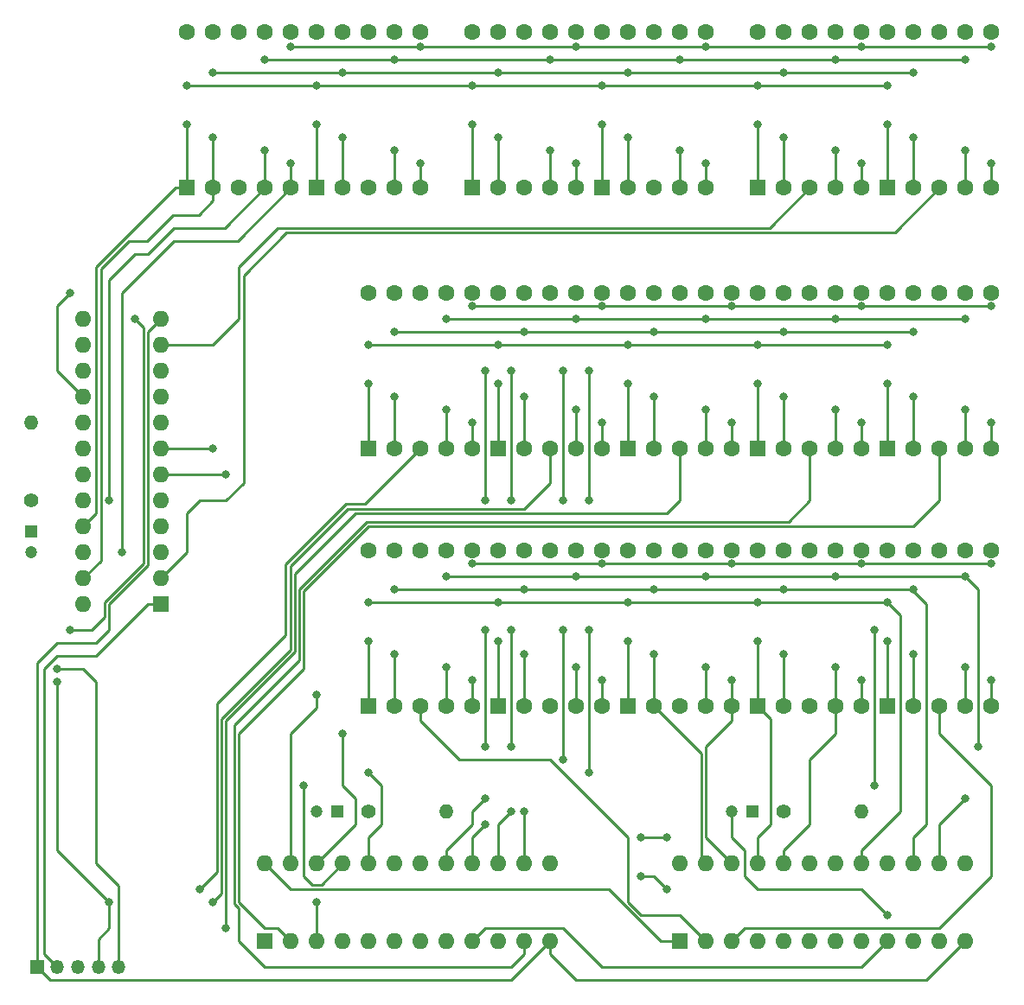
<source format=gbl>
%TF.GenerationSoftware,KiCad,Pcbnew,7.0.8*%
%TF.CreationDate,2023-10-10T00:58:14-07:00*%
%TF.ProjectId,htpm_control_numericals,6874706d-5f63-46f6-9e74-726f6c5f6e75,1*%
%TF.SameCoordinates,Original*%
%TF.FileFunction,Copper,L2,Bot*%
%TF.FilePolarity,Positive*%
%FSLAX46Y46*%
G04 Gerber Fmt 4.6, Leading zero omitted, Abs format (unit mm)*
G04 Created by KiCad (PCBNEW 7.0.8) date 2023-10-10 00:58:14*
%MOMM*%
%LPD*%
G01*
G04 APERTURE LIST*
%TA.AperFunction,ComponentPad*%
%ADD10R,1.600000X1.600000*%
%TD*%
%TA.AperFunction,ComponentPad*%
%ADD11C,1.600000*%
%TD*%
%TA.AperFunction,ComponentPad*%
%ADD12C,1.400000*%
%TD*%
%TA.AperFunction,ComponentPad*%
%ADD13O,1.400000X1.400000*%
%TD*%
%TA.AperFunction,ComponentPad*%
%ADD14O,1.600000X1.600000*%
%TD*%
%TA.AperFunction,ComponentPad*%
%ADD15R,1.350000X1.350000*%
%TD*%
%TA.AperFunction,ComponentPad*%
%ADD16O,1.350000X1.350000*%
%TD*%
%TA.AperFunction,ComponentPad*%
%ADD17R,1.200000X1.200000*%
%TD*%
%TA.AperFunction,ComponentPad*%
%ADD18C,1.200000*%
%TD*%
%TA.AperFunction,ViaPad*%
%ADD19C,0.800000*%
%TD*%
%TA.AperFunction,Conductor*%
%ADD20C,0.250000*%
%TD*%
G04 APERTURE END LIST*
D10*
%TO.P,U12,1,E*%
%TO.N,Net-(U10-E)*%
X181610000Y-86360000D03*
D11*
%TO.P,U12,2,D*%
%TO.N,Net-(U10-D)*%
X184150000Y-86360000D03*
%TO.P,U12,3,CC*%
%TO.N,Net-(U13-DIG_0)*%
X186690000Y-86360000D03*
%TO.P,U12,4,C*%
%TO.N,Net-(U10-C)*%
X189230000Y-86360000D03*
%TO.P,U12,5,DP*%
%TO.N,Net-(U10-DP)*%
X191770000Y-86360000D03*
%TO.P,U12,6,B*%
%TO.N,Net-(U10-B)*%
X191770000Y-71120000D03*
%TO.P,U12,7,A*%
%TO.N,Net-(U10-A)*%
X189230000Y-71120000D03*
%TO.P,U12,8,CC*%
%TO.N,unconnected-(U12-CC-Pad8)*%
X186690000Y-71120000D03*
%TO.P,U12,9,F*%
%TO.N,Net-(U10-F)*%
X184150000Y-71120000D03*
%TO.P,U12,10,G*%
%TO.N,Net-(U10-G)*%
X181610000Y-71120000D03*
%TD*%
D10*
%TO.P,U14,1,E*%
%TO.N,Net-(U14-E)*%
X181610000Y-111637500D03*
D11*
%TO.P,U14,2,D*%
%TO.N,Net-(U14-D)*%
X184150000Y-111637500D03*
%TO.P,U14,3,CC*%
%TO.N,Net-(U18-DIG_4)*%
X186690000Y-111637500D03*
%TO.P,U14,4,C*%
%TO.N,Net-(U14-C)*%
X189230000Y-111637500D03*
%TO.P,U14,5,DP*%
%TO.N,Net-(U14-DP)*%
X191770000Y-111637500D03*
%TO.P,U14,6,B*%
%TO.N,Net-(U14-B)*%
X191770000Y-96397500D03*
%TO.P,U14,7,A*%
%TO.N,Net-(U14-A)*%
X189230000Y-96397500D03*
%TO.P,U14,8,CC*%
%TO.N,unconnected-(U14-CC-Pad8)*%
X186690000Y-96397500D03*
%TO.P,U14,9,F*%
%TO.N,Net-(U14-F)*%
X184150000Y-96397500D03*
%TO.P,U14,10,G*%
%TO.N,Net-(U14-G)*%
X181610000Y-96397500D03*
%TD*%
D10*
%TO.P,U16,1,E*%
%TO.N,Net-(U14-E)*%
X156210000Y-111637500D03*
D11*
%TO.P,U16,2,D*%
%TO.N,Net-(U14-D)*%
X158750000Y-111637500D03*
%TO.P,U16,3,CC*%
%TO.N,Net-(U18-DIG_2)*%
X161290000Y-111637500D03*
%TO.P,U16,4,C*%
%TO.N,Net-(U14-C)*%
X163830000Y-111637500D03*
%TO.P,U16,5,DP*%
%TO.N,Net-(U14-DP)*%
X166370000Y-111637500D03*
%TO.P,U16,6,B*%
%TO.N,Net-(U14-B)*%
X166370000Y-96397500D03*
%TO.P,U16,7,A*%
%TO.N,Net-(U14-A)*%
X163830000Y-96397500D03*
%TO.P,U16,8,CC*%
%TO.N,unconnected-(U16-CC-Pad8)*%
X161290000Y-96397500D03*
%TO.P,U16,9,F*%
%TO.N,Net-(U14-F)*%
X158750000Y-96397500D03*
%TO.P,U16,10,G*%
%TO.N,Net-(U14-G)*%
X156210000Y-96397500D03*
%TD*%
D10*
%TO.P,U11,1,E*%
%TO.N,Net-(U10-E)*%
X168910000Y-86360000D03*
D11*
%TO.P,U11,2,D*%
%TO.N,Net-(U10-D)*%
X171450000Y-86360000D03*
%TO.P,U11,3,CC*%
%TO.N,Net-(U13-DIG_1)*%
X173990000Y-86360000D03*
%TO.P,U11,4,C*%
%TO.N,Net-(U10-C)*%
X176530000Y-86360000D03*
%TO.P,U11,5,DP*%
%TO.N,Net-(U10-DP)*%
X179070000Y-86360000D03*
%TO.P,U11,6,B*%
%TO.N,Net-(U10-B)*%
X179070000Y-71120000D03*
%TO.P,U11,7,A*%
%TO.N,Net-(U10-A)*%
X176530000Y-71120000D03*
%TO.P,U11,8,CC*%
%TO.N,unconnected-(U11-CC-Pad8)*%
X173990000Y-71120000D03*
%TO.P,U11,9,F*%
%TO.N,Net-(U10-F)*%
X171450000Y-71120000D03*
%TO.P,U11,10,G*%
%TO.N,Net-(U10-G)*%
X168910000Y-71120000D03*
%TD*%
D10*
%TO.P,U17,1,E*%
%TO.N,Net-(U14-E)*%
X143510000Y-111637500D03*
D11*
%TO.P,U17,2,D*%
%TO.N,Net-(U14-D)*%
X146050000Y-111637500D03*
%TO.P,U17,3,CC*%
%TO.N,Net-(U18-DIG_1)*%
X148590000Y-111637500D03*
%TO.P,U17,4,C*%
%TO.N,Net-(U14-C)*%
X151130000Y-111637500D03*
%TO.P,U17,5,DP*%
%TO.N,Net-(U14-DP)*%
X153670000Y-111637500D03*
%TO.P,U17,6,B*%
%TO.N,Net-(U14-B)*%
X153670000Y-96397500D03*
%TO.P,U17,7,A*%
%TO.N,Net-(U14-A)*%
X151130000Y-96397500D03*
%TO.P,U17,8,CC*%
%TO.N,unconnected-(U17-CC-Pad8)*%
X148590000Y-96397500D03*
%TO.P,U17,9,F*%
%TO.N,Net-(U14-F)*%
X146050000Y-96397500D03*
%TO.P,U17,10,G*%
%TO.N,Net-(U14-G)*%
X143510000Y-96397500D03*
%TD*%
D12*
%TO.P,R2,1*%
%TO.N,+5V*%
X130810000Y-121920000D03*
D13*
%TO.P,R2,2*%
%TO.N,Net-(U13-ISET)*%
X138430000Y-121920000D03*
%TD*%
D12*
%TO.P,R3,1*%
%TO.N,+5V*%
X171450000Y-121920000D03*
D13*
%TO.P,R3,2*%
%TO.N,Net-(U18-ISET)*%
X179070000Y-121920000D03*
%TD*%
D10*
%TO.P,U13,1,DIN*%
%TO.N,Net-(U1-DOUT)*%
X120650000Y-134620000D03*
D14*
%TO.P,U13,2,DIG_0*%
%TO.N,Net-(U13-DIG_0)*%
X123190000Y-134620000D03*
%TO.P,U13,3,DIG_4*%
%TO.N,Net-(U13-DIG_4)*%
X125730000Y-134620000D03*
%TO.P,U13,4,GND*%
%TO.N,unconnected-(U13-GND-Pad4)*%
X128270000Y-134620000D03*
%TO.P,U13,5,DIG_6*%
%TO.N,unconnected-(U13-DIG_6-Pad5)*%
X130810000Y-134620000D03*
%TO.P,U13,6,DIG_2*%
%TO.N,Net-(U13-DIG_2)*%
X133350000Y-134620000D03*
%TO.P,U13,7,DIG_3*%
%TO.N,Net-(U13-DIG_3)*%
X135890000Y-134620000D03*
%TO.P,U13,8,DIG_7*%
%TO.N,unconnected-(U13-DIG_7-Pad8)*%
X138430000Y-134620000D03*
%TO.P,U13,9,GND*%
%TO.N,GND*%
X140970000Y-134620000D03*
%TO.P,U13,10,DIG_5*%
%TO.N,unconnected-(U13-DIG_5-Pad10)*%
X143510000Y-134620000D03*
%TO.P,U13,11,DIG_1*%
%TO.N,Net-(U13-DIG_1)*%
X146050000Y-134620000D03*
%TO.P,U13,12,LOAD*%
%TO.N,Net-(J1-Pin_1)*%
X148590000Y-134620000D03*
%TO.P,U13,13,CLK*%
%TO.N,Net-(J1-Pin_3)*%
X148590000Y-127000000D03*
%TO.P,U13,14,SEG_A*%
%TO.N,Net-(U10-A)*%
X146050000Y-127000000D03*
%TO.P,U13,15,SEG_F*%
%TO.N,Net-(U10-F)*%
X143510000Y-127000000D03*
%TO.P,U13,16,SEG_B*%
%TO.N,Net-(U10-B)*%
X140970000Y-127000000D03*
%TO.P,U13,17,SEG_G*%
%TO.N,Net-(U10-G)*%
X138430000Y-127000000D03*
%TO.P,U13,18,ISET*%
%TO.N,Net-(U13-ISET)*%
X135890000Y-127000000D03*
%TO.P,U13,19,V+*%
%TO.N,+5V*%
X133350000Y-127000000D03*
%TO.P,U13,20,SEG_C*%
%TO.N,Net-(U10-C)*%
X130810000Y-127000000D03*
%TO.P,U13,21,SEG_E*%
%TO.N,Net-(U10-E)*%
X128270000Y-127000000D03*
%TO.P,U13,22,SEG_DP*%
%TO.N,Net-(U10-DP)*%
X125730000Y-127000000D03*
%TO.P,U13,23,SEG_D*%
%TO.N,Net-(U10-D)*%
X123190000Y-127000000D03*
%TO.P,U13,24,DOUT*%
%TO.N,Net-(U13-DOUT)*%
X120650000Y-127000000D03*
%TD*%
D10*
%TO.P,U1,1,DIN*%
%TO.N,Net-(J1-Pin_2)*%
X110490000Y-101600000D03*
D14*
%TO.P,U1,2,DIG_0*%
%TO.N,Net-(U1-DIG_0)*%
X110490000Y-99060000D03*
%TO.P,U1,3,DIG_4*%
%TO.N,Net-(U1-DIG_4)*%
X110490000Y-96520000D03*
%TO.P,U1,4,GND*%
%TO.N,unconnected-(U1-GND-Pad4)*%
X110490000Y-93980000D03*
%TO.P,U1,5,DIG_6*%
%TO.N,unconnected-(U1-DIG_6-Pad5)*%
X110490000Y-91440000D03*
%TO.P,U1,6,DIG_2*%
%TO.N,Net-(U1-DIG_2)*%
X110490000Y-88900000D03*
%TO.P,U1,7,DIG_3*%
%TO.N,Net-(U1-DIG_3)*%
X110490000Y-86360000D03*
%TO.P,U1,8,DIG_7*%
%TO.N,unconnected-(U1-DIG_7-Pad8)*%
X110490000Y-83820000D03*
%TO.P,U1,9,GND*%
%TO.N,GND*%
X110490000Y-81280000D03*
%TO.P,U1,10,DIG_5*%
%TO.N,Net-(U1-DIG_5)*%
X110490000Y-78740000D03*
%TO.P,U1,11,DIG_1*%
%TO.N,Net-(U1-DIG_1)*%
X110490000Y-76200000D03*
%TO.P,U1,12,LOAD*%
%TO.N,Net-(J1-Pin_1)*%
X110490000Y-73660000D03*
%TO.P,U1,13,CLK*%
%TO.N,Net-(J1-Pin_3)*%
X102870000Y-73660000D03*
%TO.P,U1,14,SEG_A*%
%TO.N,Net-(U1-SEG_A)*%
X102870000Y-76200000D03*
%TO.P,U1,15,SEG_F*%
%TO.N,Net-(U1-SEG_F)*%
X102870000Y-78740000D03*
%TO.P,U1,16,SEG_B*%
%TO.N,Net-(U1-SEG_B)*%
X102870000Y-81280000D03*
%TO.P,U1,17,SEG_G*%
%TO.N,Net-(U1-SEG_G)*%
X102870000Y-83820000D03*
%TO.P,U1,18,ISET*%
%TO.N,Net-(U1-ISET)*%
X102870000Y-86360000D03*
%TO.P,U1,19,V+*%
%TO.N,+5V*%
X102870000Y-88900000D03*
%TO.P,U1,20,SEG_C*%
%TO.N,Net-(U1-SEG_C)*%
X102870000Y-91440000D03*
%TO.P,U1,21,SEG_E*%
%TO.N,Net-(U1-SEG_E)*%
X102870000Y-93980000D03*
%TO.P,U1,22,SEG_DP*%
%TO.N,Net-(U1-SEG_DP)*%
X102870000Y-96520000D03*
%TO.P,U1,23,SEG_D*%
%TO.N,Net-(U1-SEG_D)*%
X102870000Y-99060000D03*
%TO.P,U1,24,DOUT*%
%TO.N,Net-(U1-DOUT)*%
X102870000Y-101600000D03*
%TD*%
D12*
%TO.P,R1,1*%
%TO.N,+5V*%
X97790000Y-91440000D03*
D13*
%TO.P,R1,2*%
%TO.N,Net-(U1-ISET)*%
X97790000Y-83820000D03*
%TD*%
D10*
%TO.P,U5,1,E*%
%TO.N,Net-(U1-SEG_E)*%
X153670000Y-60837500D03*
D11*
%TO.P,U5,2,D*%
%TO.N,Net-(U1-SEG_D)*%
X156210000Y-60837500D03*
%TO.P,U5,3,CC*%
%TO.N,Net-(U1-DIG_2)*%
X158750000Y-60837500D03*
%TO.P,U5,4,C*%
%TO.N,Net-(U1-SEG_C)*%
X161290000Y-60837500D03*
%TO.P,U5,5,DP*%
%TO.N,Net-(U1-SEG_DP)*%
X163830000Y-60837500D03*
%TO.P,U5,6,B*%
%TO.N,Net-(U1-SEG_B)*%
X163830000Y-45597500D03*
%TO.P,U5,7,A*%
%TO.N,Net-(U1-SEG_A)*%
X161290000Y-45597500D03*
%TO.P,U5,8,CC*%
%TO.N,unconnected-(U5-CC-Pad8)*%
X158750000Y-45597500D03*
%TO.P,U5,9,F*%
%TO.N,Net-(U1-SEG_F)*%
X156210000Y-45597500D03*
%TO.P,U5,10,G*%
%TO.N,Net-(U1-SEG_G)*%
X153670000Y-45597500D03*
%TD*%
D10*
%TO.P,U19,1,E*%
%TO.N,Net-(U14-E)*%
X130810000Y-111637500D03*
D11*
%TO.P,U19,2,D*%
%TO.N,Net-(U14-D)*%
X133350000Y-111637500D03*
%TO.P,U19,3,CC*%
%TO.N,Net-(U18-DIG_0)*%
X135890000Y-111637500D03*
%TO.P,U19,4,C*%
%TO.N,Net-(U14-C)*%
X138430000Y-111637500D03*
%TO.P,U19,5,DP*%
%TO.N,Net-(U14-DP)*%
X140970000Y-111637500D03*
%TO.P,U19,6,B*%
%TO.N,Net-(U14-B)*%
X140970000Y-96397500D03*
%TO.P,U19,7,A*%
%TO.N,Net-(U14-A)*%
X138430000Y-96397500D03*
%TO.P,U19,8,CC*%
%TO.N,unconnected-(U19-CC-Pad8)*%
X135890000Y-96397500D03*
%TO.P,U19,9,F*%
%TO.N,Net-(U14-F)*%
X133350000Y-96397500D03*
%TO.P,U19,10,G*%
%TO.N,Net-(U14-G)*%
X130810000Y-96397500D03*
%TD*%
D10*
%TO.P,U18,1,DIN*%
%TO.N,Net-(U13-DOUT)*%
X161290000Y-134620000D03*
D14*
%TO.P,U18,2,DIG_0*%
%TO.N,Net-(U18-DIG_0)*%
X163830000Y-134620000D03*
%TO.P,U18,3,DIG_4*%
%TO.N,Net-(U18-DIG_4)*%
X166370000Y-134620000D03*
%TO.P,U18,4,GND*%
%TO.N,unconnected-(U18-GND-Pad4)*%
X168910000Y-134620000D03*
%TO.P,U18,5,DIG_6*%
%TO.N,unconnected-(U18-DIG_6-Pad5)*%
X171450000Y-134620000D03*
%TO.P,U18,6,DIG_2*%
%TO.N,Net-(U18-DIG_2)*%
X173990000Y-134620000D03*
%TO.P,U18,7,DIG_3*%
%TO.N,Net-(U18-DIG_3)*%
X176530000Y-134620000D03*
%TO.P,U18,8,DIG_7*%
%TO.N,unconnected-(U18-DIG_7-Pad8)*%
X179070000Y-134620000D03*
%TO.P,U18,9,GND*%
%TO.N,GND*%
X181610000Y-134620000D03*
%TO.P,U18,10,DIG_5*%
%TO.N,unconnected-(U18-DIG_5-Pad10)*%
X184150000Y-134620000D03*
%TO.P,U18,11,DIG_1*%
%TO.N,Net-(U18-DIG_1)*%
X186690000Y-134620000D03*
%TO.P,U18,12,LOAD*%
%TO.N,Net-(J1-Pin_1)*%
X189230000Y-134620000D03*
%TO.P,U18,13,CLK*%
%TO.N,Net-(J1-Pin_3)*%
X189230000Y-127000000D03*
%TO.P,U18,14,SEG_A*%
%TO.N,Net-(U14-A)*%
X186690000Y-127000000D03*
%TO.P,U18,15,SEG_F*%
%TO.N,Net-(U14-F)*%
X184150000Y-127000000D03*
%TO.P,U18,16,SEG_B*%
%TO.N,Net-(U14-B)*%
X181610000Y-127000000D03*
%TO.P,U18,17,SEG_G*%
%TO.N,Net-(U14-G)*%
X179070000Y-127000000D03*
%TO.P,U18,18,ISET*%
%TO.N,Net-(U18-ISET)*%
X176530000Y-127000000D03*
%TO.P,U18,19,V+*%
%TO.N,+5V*%
X173990000Y-127000000D03*
%TO.P,U18,20,SEG_C*%
%TO.N,Net-(U14-C)*%
X171450000Y-127000000D03*
%TO.P,U18,21,SEG_E*%
%TO.N,Net-(U14-E)*%
X168910000Y-127000000D03*
%TO.P,U18,22,SEG_DP*%
%TO.N,Net-(U14-DP)*%
X166370000Y-127000000D03*
%TO.P,U18,23,SEG_D*%
%TO.N,Net-(U14-D)*%
X163830000Y-127000000D03*
%TO.P,U18,24,DOUT*%
%TO.N,unconnected-(U18-DOUT-Pad24)*%
X161290000Y-127000000D03*
%TD*%
D10*
%TO.P,U15,1,E*%
%TO.N,Net-(U14-E)*%
X168910000Y-111637500D03*
D11*
%TO.P,U15,2,D*%
%TO.N,Net-(U14-D)*%
X171450000Y-111637500D03*
%TO.P,U15,3,CC*%
%TO.N,Net-(U18-DIG_3)*%
X173990000Y-111637500D03*
%TO.P,U15,4,C*%
%TO.N,Net-(U14-C)*%
X176530000Y-111637500D03*
%TO.P,U15,5,DP*%
%TO.N,Net-(U14-DP)*%
X179070000Y-111637500D03*
%TO.P,U15,6,B*%
%TO.N,Net-(U14-B)*%
X179070000Y-96397500D03*
%TO.P,U15,7,A*%
%TO.N,Net-(U14-A)*%
X176530000Y-96397500D03*
%TO.P,U15,8,CC*%
%TO.N,unconnected-(U15-CC-Pad8)*%
X173990000Y-96397500D03*
%TO.P,U15,9,F*%
%TO.N,Net-(U14-F)*%
X171450000Y-96397500D03*
%TO.P,U15,10,G*%
%TO.N,Net-(U14-G)*%
X168910000Y-96397500D03*
%TD*%
D10*
%TO.P,U9,1,E*%
%TO.N,Net-(U10-E)*%
X143510000Y-86360000D03*
D11*
%TO.P,U9,2,D*%
%TO.N,Net-(U10-D)*%
X146050000Y-86360000D03*
%TO.P,U9,3,CC*%
%TO.N,Net-(U13-DIG_3)*%
X148590000Y-86360000D03*
%TO.P,U9,4,C*%
%TO.N,Net-(U10-C)*%
X151130000Y-86360000D03*
%TO.P,U9,5,DP*%
%TO.N,Net-(U10-DP)*%
X153670000Y-86360000D03*
%TO.P,U9,6,B*%
%TO.N,Net-(U10-B)*%
X153670000Y-71120000D03*
%TO.P,U9,7,A*%
%TO.N,Net-(U10-A)*%
X151130000Y-71120000D03*
%TO.P,U9,8,CC*%
%TO.N,unconnected-(U9-CC-Pad8)*%
X148590000Y-71120000D03*
%TO.P,U9,9,F*%
%TO.N,Net-(U10-F)*%
X146050000Y-71120000D03*
%TO.P,U9,10,G*%
%TO.N,Net-(U10-G)*%
X143510000Y-71120000D03*
%TD*%
D10*
%TO.P,U6,1,E*%
%TO.N,Net-(U1-SEG_E)*%
X168910000Y-60837500D03*
D11*
%TO.P,U6,2,D*%
%TO.N,Net-(U1-SEG_D)*%
X171450000Y-60837500D03*
%TO.P,U6,3,CC*%
%TO.N,Net-(U1-DIG_1)*%
X173990000Y-60837500D03*
%TO.P,U6,4,C*%
%TO.N,Net-(U1-SEG_C)*%
X176530000Y-60837500D03*
%TO.P,U6,5,DP*%
%TO.N,Net-(U1-SEG_DP)*%
X179070000Y-60837500D03*
%TO.P,U6,6,B*%
%TO.N,Net-(U1-SEG_B)*%
X179070000Y-45597500D03*
%TO.P,U6,7,A*%
%TO.N,Net-(U1-SEG_A)*%
X176530000Y-45597500D03*
%TO.P,U6,8,CC*%
%TO.N,unconnected-(U6-CC-Pad8)*%
X173990000Y-45597500D03*
%TO.P,U6,9,F*%
%TO.N,Net-(U1-SEG_F)*%
X171450000Y-45597500D03*
%TO.P,U6,10,G*%
%TO.N,Net-(U1-SEG_G)*%
X168910000Y-45597500D03*
%TD*%
D10*
%TO.P,U8,1,E*%
%TO.N,Net-(U10-E)*%
X130810000Y-86360000D03*
D11*
%TO.P,U8,2,D*%
%TO.N,Net-(U10-D)*%
X133350000Y-86360000D03*
%TO.P,U8,3,CC*%
%TO.N,Net-(U13-DIG_4)*%
X135890000Y-86360000D03*
%TO.P,U8,4,C*%
%TO.N,Net-(U10-C)*%
X138430000Y-86360000D03*
%TO.P,U8,5,DP*%
%TO.N,Net-(U10-DP)*%
X140970000Y-86360000D03*
%TO.P,U8,6,B*%
%TO.N,Net-(U10-B)*%
X140970000Y-71120000D03*
%TO.P,U8,7,A*%
%TO.N,Net-(U10-A)*%
X138430000Y-71120000D03*
%TO.P,U8,8,CC*%
%TO.N,unconnected-(U8-CC-Pad8)*%
X135890000Y-71120000D03*
%TO.P,U8,9,F*%
%TO.N,Net-(U10-F)*%
X133350000Y-71120000D03*
%TO.P,U8,10,G*%
%TO.N,Net-(U10-G)*%
X130810000Y-71120000D03*
%TD*%
D15*
%TO.P,J1,1,Pin_1*%
%TO.N,Net-(J1-Pin_1)*%
X98330000Y-137160000D03*
D16*
%TO.P,J1,2,Pin_2*%
%TO.N,Net-(J1-Pin_2)*%
X100330000Y-137160000D03*
%TO.P,J1,3,Pin_3*%
%TO.N,Net-(J1-Pin_3)*%
X102330000Y-137160000D03*
%TO.P,J1,4,Pin_4*%
%TO.N,+5V*%
X104330000Y-137160000D03*
%TO.P,J1,5,Pin_5*%
%TO.N,GND*%
X106330000Y-137160000D03*
%TD*%
D10*
%TO.P,U10,1,E*%
%TO.N,Net-(U10-E)*%
X156210000Y-86360000D03*
D11*
%TO.P,U10,2,D*%
%TO.N,Net-(U10-D)*%
X158750000Y-86360000D03*
%TO.P,U10,3,CC*%
%TO.N,Net-(U13-DIG_2)*%
X161290000Y-86360000D03*
%TO.P,U10,4,C*%
%TO.N,Net-(U10-C)*%
X163830000Y-86360000D03*
%TO.P,U10,5,DP*%
%TO.N,Net-(U10-DP)*%
X166370000Y-86360000D03*
%TO.P,U10,6,B*%
%TO.N,Net-(U10-B)*%
X166370000Y-71120000D03*
%TO.P,U10,7,A*%
%TO.N,Net-(U10-A)*%
X163830000Y-71120000D03*
%TO.P,U10,8,CC*%
%TO.N,unconnected-(U10-CC-Pad8)*%
X161290000Y-71120000D03*
%TO.P,U10,9,F*%
%TO.N,Net-(U10-F)*%
X158750000Y-71120000D03*
%TO.P,U10,10,G*%
%TO.N,Net-(U10-G)*%
X156210000Y-71120000D03*
%TD*%
D10*
%TO.P,U2,1,E*%
%TO.N,Net-(U1-SEG_E)*%
X113030000Y-60837500D03*
D11*
%TO.P,U2,2,D*%
%TO.N,Net-(U1-SEG_D)*%
X115570000Y-60837500D03*
%TO.P,U2,3,CC*%
%TO.N,Net-(U1-DIG_5)*%
X118110000Y-60837500D03*
%TO.P,U2,4,C*%
%TO.N,Net-(U1-SEG_C)*%
X120650000Y-60837500D03*
%TO.P,U2,5,DP*%
%TO.N,Net-(U1-SEG_DP)*%
X123190000Y-60837500D03*
%TO.P,U2,6,B*%
%TO.N,Net-(U1-SEG_B)*%
X123190000Y-45597500D03*
%TO.P,U2,7,A*%
%TO.N,Net-(U1-SEG_A)*%
X120650000Y-45597500D03*
%TO.P,U2,8,CC*%
%TO.N,unconnected-(U2-CC-Pad8)*%
X118110000Y-45597500D03*
%TO.P,U2,9,F*%
%TO.N,Net-(U1-SEG_F)*%
X115570000Y-45597500D03*
%TO.P,U2,10,G*%
%TO.N,Net-(U1-SEG_G)*%
X113030000Y-45597500D03*
%TD*%
D10*
%TO.P,U4,1,E*%
%TO.N,Net-(U1-SEG_E)*%
X140970000Y-60837500D03*
D11*
%TO.P,U4,2,D*%
%TO.N,Net-(U1-SEG_D)*%
X143510000Y-60837500D03*
%TO.P,U4,3,CC*%
%TO.N,Net-(U1-DIG_3)*%
X146050000Y-60837500D03*
%TO.P,U4,4,C*%
%TO.N,Net-(U1-SEG_C)*%
X148590000Y-60837500D03*
%TO.P,U4,5,DP*%
%TO.N,Net-(U1-SEG_DP)*%
X151130000Y-60837500D03*
%TO.P,U4,6,B*%
%TO.N,Net-(U1-SEG_B)*%
X151130000Y-45597500D03*
%TO.P,U4,7,A*%
%TO.N,Net-(U1-SEG_A)*%
X148590000Y-45597500D03*
%TO.P,U4,8,CC*%
%TO.N,unconnected-(U4-CC-Pad8)*%
X146050000Y-45597500D03*
%TO.P,U4,9,F*%
%TO.N,Net-(U1-SEG_F)*%
X143510000Y-45597500D03*
%TO.P,U4,10,G*%
%TO.N,Net-(U1-SEG_G)*%
X140970000Y-45597500D03*
%TD*%
D17*
%TO.P,C2,1*%
%TO.N,+5V*%
X127730000Y-121920000D03*
D18*
%TO.P,C2,2*%
%TO.N,GND*%
X125730000Y-121920000D03*
%TD*%
D17*
%TO.P,C3,1*%
%TO.N,+5V*%
X168370000Y-121920000D03*
D18*
%TO.P,C3,2*%
%TO.N,GND*%
X166370000Y-121920000D03*
%TD*%
D10*
%TO.P,U7,1,E*%
%TO.N,Net-(U1-SEG_E)*%
X181610000Y-60837500D03*
D11*
%TO.P,U7,2,D*%
%TO.N,Net-(U1-SEG_D)*%
X184150000Y-60837500D03*
%TO.P,U7,3,CC*%
%TO.N,Net-(U1-DIG_0)*%
X186690000Y-60837500D03*
%TO.P,U7,4,C*%
%TO.N,Net-(U1-SEG_C)*%
X189230000Y-60837500D03*
%TO.P,U7,5,DP*%
%TO.N,Net-(U1-SEG_DP)*%
X191770000Y-60837500D03*
%TO.P,U7,6,B*%
%TO.N,Net-(U1-SEG_B)*%
X191770000Y-45597500D03*
%TO.P,U7,7,A*%
%TO.N,Net-(U1-SEG_A)*%
X189230000Y-45597500D03*
%TO.P,U7,8,CC*%
%TO.N,unconnected-(U7-CC-Pad8)*%
X186690000Y-45597500D03*
%TO.P,U7,9,F*%
%TO.N,Net-(U1-SEG_F)*%
X184150000Y-45597500D03*
%TO.P,U7,10,G*%
%TO.N,Net-(U1-SEG_G)*%
X181610000Y-45597500D03*
%TD*%
D10*
%TO.P,U3,1,E*%
%TO.N,Net-(U1-SEG_E)*%
X125730000Y-60837500D03*
D11*
%TO.P,U3,2,D*%
%TO.N,Net-(U1-SEG_D)*%
X128270000Y-60837500D03*
%TO.P,U3,3,CC*%
%TO.N,Net-(U1-DIG_4)*%
X130810000Y-60837500D03*
%TO.P,U3,4,C*%
%TO.N,Net-(U1-SEG_C)*%
X133350000Y-60837500D03*
%TO.P,U3,5,DP*%
%TO.N,Net-(U1-SEG_DP)*%
X135890000Y-60837500D03*
%TO.P,U3,6,B*%
%TO.N,Net-(U1-SEG_B)*%
X135890000Y-45597500D03*
%TO.P,U3,7,A*%
%TO.N,Net-(U1-SEG_A)*%
X133350000Y-45597500D03*
%TO.P,U3,8,CC*%
%TO.N,unconnected-(U3-CC-Pad8)*%
X130810000Y-45597500D03*
%TO.P,U3,9,F*%
%TO.N,Net-(U1-SEG_F)*%
X128270000Y-45597500D03*
%TO.P,U3,10,G*%
%TO.N,Net-(U1-SEG_G)*%
X125730000Y-45597500D03*
%TD*%
D17*
%TO.P,C1,1*%
%TO.N,+5V*%
X97790000Y-94520000D03*
D18*
%TO.P,C1,2*%
%TO.N,GND*%
X97790000Y-96520000D03*
%TD*%
D19*
%TO.N,+5V*%
X105410000Y-130810000D03*
X157480000Y-124460000D03*
X100330000Y-109220000D03*
X160020000Y-124460000D03*
%TO.N,GND*%
X100330000Y-107950000D03*
X181610000Y-132080000D03*
%TO.N,Net-(J1-Pin_3)*%
X107950000Y-73660000D03*
X160020000Y-129540000D03*
X101600000Y-104140000D03*
X157480000Y-128270000D03*
%TO.N,Net-(U1-DIG_2)*%
X116840000Y-88900000D03*
%TO.N,Net-(U1-DIG_3)*%
X115570000Y-86360000D03*
%TO.N,Net-(U1-SEG_A)*%
X120650000Y-48260000D03*
X133350000Y-48260000D03*
X161290000Y-48260000D03*
X148590000Y-48260000D03*
X176530000Y-48260000D03*
X189230000Y-48260000D03*
%TO.N,Net-(U1-SEG_F)*%
X115570000Y-49530000D03*
X143510000Y-49530000D03*
X156210000Y-49530000D03*
X184150000Y-49530000D03*
X171450000Y-49530000D03*
X128270000Y-49530000D03*
%TO.N,Net-(U1-SEG_B)*%
X101600000Y-71120000D03*
X179070000Y-46990000D03*
X151130000Y-46990000D03*
X163830000Y-46990000D03*
X135890000Y-46990000D03*
X191770000Y-46990000D03*
X123190000Y-46990000D03*
%TO.N,Net-(U1-SEG_G)*%
X153670000Y-50800000D03*
X125730000Y-50800000D03*
X168910000Y-50800000D03*
X181610000Y-50800000D03*
X113030000Y-50800000D03*
X140970000Y-50800000D03*
%TO.N,Net-(U1-SEG_C)*%
X176530000Y-57150000D03*
X189230000Y-57150000D03*
X133350000Y-57150000D03*
X161290000Y-57150000D03*
X120650000Y-57150000D03*
X105410000Y-91440000D03*
X148590000Y-57150000D03*
%TO.N,Net-(U1-SEG_E)*%
X125730000Y-54610000D03*
X168910000Y-54610000D03*
X153670000Y-54610000D03*
X181610000Y-54610000D03*
X113030000Y-54610000D03*
X140970000Y-54610000D03*
%TO.N,Net-(U1-SEG_DP)*%
X163830000Y-58420000D03*
X123190000Y-58420000D03*
X135890000Y-58420000D03*
X179070000Y-58420000D03*
X191770000Y-58420000D03*
X106680000Y-96520000D03*
X151130000Y-58420000D03*
%TO.N,Net-(U1-SEG_D)*%
X128270000Y-55880000D03*
X143510000Y-55880000D03*
X184150000Y-55880000D03*
X115570000Y-55880000D03*
X156210000Y-55880000D03*
X171450000Y-55880000D03*
%TO.N,Net-(U10-E)*%
X130810000Y-80010000D03*
X143510000Y-80010000D03*
X156210000Y-80010000D03*
X181610000Y-80010000D03*
X124460000Y-119380000D03*
X168910000Y-80010000D03*
%TO.N,Net-(U10-D)*%
X146050000Y-81280000D03*
X133350000Y-81280000D03*
X158750000Y-81280000D03*
X184150000Y-81280000D03*
X171450000Y-81280000D03*
X125730000Y-110490000D03*
%TO.N,Net-(U10-C)*%
X176530000Y-82550000D03*
X189230000Y-82550000D03*
X151130000Y-82550000D03*
X138430000Y-82550000D03*
X163830000Y-82550000D03*
X130810000Y-118110000D03*
%TO.N,Net-(U10-DP)*%
X179070000Y-83820000D03*
X153670000Y-83820000D03*
X128270000Y-114300000D03*
X140970000Y-83820000D03*
X191770000Y-83820000D03*
X166370000Y-83820000D03*
%TO.N,Net-(U10-B)*%
X153670000Y-72390000D03*
X140970000Y-72390000D03*
X142240000Y-123190000D03*
X152400000Y-78740000D03*
X191770000Y-72390000D03*
X152400000Y-91440000D03*
X179070000Y-72390000D03*
X166370000Y-72390000D03*
X152400000Y-118110000D03*
X152400000Y-104140000D03*
%TO.N,Net-(U10-A)*%
X163830000Y-73660000D03*
X149860000Y-104140000D03*
X149860000Y-78740000D03*
X151130000Y-73660000D03*
X176530000Y-73660000D03*
X149860000Y-91440000D03*
X138430000Y-73660000D03*
X146050000Y-121920000D03*
X149860000Y-116840000D03*
X189230000Y-73660000D03*
%TO.N,Net-(U10-F)*%
X144780000Y-121920000D03*
X144780000Y-78740000D03*
X146050000Y-74930000D03*
X133350000Y-74930000D03*
X144780000Y-91440000D03*
X144780000Y-104140000D03*
X171450000Y-74930000D03*
X158750000Y-74930000D03*
X144780000Y-115570000D03*
X184150000Y-74930000D03*
%TO.N,Net-(U10-G)*%
X142240000Y-104140000D03*
X143510000Y-76200000D03*
X130810000Y-76200000D03*
X181610000Y-76200000D03*
X142240000Y-120650000D03*
X156210000Y-76200000D03*
X168910000Y-76200000D03*
X142240000Y-91440000D03*
X142240000Y-115570000D03*
X142240000Y-78740000D03*
%TO.N,Net-(U13-DIG_4)*%
X114300000Y-129540000D03*
X125730000Y-130810000D03*
%TO.N,Net-(U13-DIG_2)*%
X116840000Y-133350000D03*
%TO.N,Net-(U13-DIG_3)*%
X115570000Y-130810000D03*
%TO.N,Net-(U14-E)*%
X181610000Y-105287500D03*
X130810000Y-105287500D03*
X143510000Y-105287500D03*
X156210000Y-105287500D03*
X168910000Y-105287500D03*
%TO.N,Net-(U14-D)*%
X158750000Y-106557500D03*
X184150000Y-106557500D03*
X133350000Y-106557500D03*
X146050000Y-106557500D03*
X171450000Y-106557500D03*
%TO.N,Net-(U14-C)*%
X163830000Y-107827500D03*
X151130000Y-107827500D03*
X189230000Y-107827500D03*
X138430000Y-107827500D03*
X176530000Y-107827500D03*
%TO.N,Net-(U14-DP)*%
X179070000Y-109097500D03*
X140970000Y-109097500D03*
X166370000Y-109097500D03*
X191770000Y-109097500D03*
X153670000Y-109097500D03*
%TO.N,Net-(U14-B)*%
X153670000Y-97667500D03*
X166370000Y-97667500D03*
X140970000Y-97667500D03*
X179070000Y-97667500D03*
X180340000Y-104140000D03*
X180340000Y-119380000D03*
X191770000Y-97667500D03*
%TO.N,Net-(U14-A)*%
X151130000Y-98937500D03*
X138430000Y-98937500D03*
X190500000Y-115570000D03*
X189230000Y-120650000D03*
X176530000Y-98937500D03*
X189230000Y-98937500D03*
X163830000Y-98937500D03*
%TO.N,Net-(U14-F)*%
X133350000Y-100207500D03*
X184150000Y-100207500D03*
X146050000Y-100207500D03*
X158750000Y-100207500D03*
X171450000Y-100207500D03*
%TO.N,Net-(U14-G)*%
X143510000Y-101477500D03*
X168910000Y-101477500D03*
X181610000Y-101477500D03*
X156210000Y-101477500D03*
X130810000Y-101477500D03*
%TD*%
D20*
%TO.N,+5V*%
X105410000Y-130810000D02*
X105410000Y-133350000D01*
X160020000Y-124460000D02*
X157480000Y-124460000D01*
X105410000Y-133350000D02*
X104330000Y-134430000D01*
X104330000Y-134430000D02*
X104330000Y-137160000D01*
X105410000Y-130810000D02*
X100330000Y-125730000D01*
X100330000Y-125730000D02*
X100330000Y-109220000D01*
%TO.N,GND*%
X104140000Y-127000000D02*
X106330000Y-129190000D01*
X104140000Y-109220000D02*
X104140000Y-127000000D01*
X166370000Y-124460000D02*
X166370000Y-121920000D01*
X149860000Y-133350000D02*
X142240000Y-133350000D01*
X100330000Y-107950000D02*
X102870000Y-107950000D01*
X179070000Y-129540000D02*
X168910000Y-129540000D01*
X181610000Y-132080000D02*
X179070000Y-129540000D01*
X181610000Y-134620000D02*
X179070000Y-137160000D01*
X167640000Y-125730000D02*
X166370000Y-124460000D01*
X168910000Y-129540000D02*
X167640000Y-128270000D01*
X106330000Y-129190000D02*
X106330000Y-137160000D01*
X102870000Y-107950000D02*
X104140000Y-109220000D01*
X167640000Y-128270000D02*
X167640000Y-125730000D01*
X142240000Y-133350000D02*
X140970000Y-134620000D01*
X153670000Y-137160000D02*
X149860000Y-133350000D01*
X179070000Y-137160000D02*
X153670000Y-137160000D01*
%TO.N,Net-(J1-Pin_1)*%
X144780000Y-138430000D02*
X99600000Y-138430000D01*
X110490000Y-73660000D02*
X109220000Y-74930000D01*
X148590000Y-134620000D02*
X148590000Y-135890000D01*
X109220000Y-74930000D02*
X109220000Y-97790000D01*
X109220000Y-97790000D02*
X105410000Y-101600000D01*
X185420000Y-138430000D02*
X189230000Y-134620000D01*
X148590000Y-135890000D02*
X151130000Y-138430000D01*
X148590000Y-134620000D02*
X144780000Y-138430000D01*
X99600000Y-138430000D02*
X98330000Y-137160000D01*
X105410000Y-101600000D02*
X105410000Y-104140000D01*
X105410000Y-104140000D02*
X104140000Y-105410000D01*
X104140000Y-105410000D02*
X100330000Y-105410000D01*
X100330000Y-105410000D02*
X98330000Y-107410000D01*
X98330000Y-107410000D02*
X98330000Y-137160000D01*
X151130000Y-138430000D02*
X185420000Y-138430000D01*
%TO.N,Net-(J1-Pin_2)*%
X100330000Y-106680000D02*
X99060000Y-107950000D01*
X99060000Y-107950000D02*
X99060000Y-135890000D01*
X110490000Y-101600000D02*
X109220000Y-101600000D01*
X99060000Y-135890000D02*
X100330000Y-137160000D01*
X109220000Y-101600000D02*
X104140000Y-106680000D01*
X104140000Y-106680000D02*
X100330000Y-106680000D01*
%TO.N,Net-(J1-Pin_3)*%
X104960000Y-102870000D02*
X103690000Y-104140000D01*
X108770000Y-74480000D02*
X108770000Y-93980000D01*
X108770000Y-93980000D02*
X108770000Y-97603604D01*
X160020000Y-129540000D02*
X158750000Y-128270000D01*
X158750000Y-128270000D02*
X157480000Y-128270000D01*
X107950000Y-73660000D02*
X108770000Y-74480000D01*
X104960000Y-101413604D02*
X104960000Y-102870000D01*
X103690000Y-104140000D02*
X101600000Y-104140000D01*
X106361802Y-100011802D02*
X104960000Y-101413604D01*
X108770000Y-97603604D02*
X106361802Y-100011802D01*
%TO.N,Net-(U1-DIG_0)*%
X118560000Y-89720000D02*
X116840000Y-91440000D01*
X113030000Y-92710000D02*
X113030000Y-96520000D01*
X186690000Y-60837500D02*
X182307500Y-65220000D01*
X116840000Y-91440000D02*
X114300000Y-91440000D01*
X114300000Y-91440000D02*
X113030000Y-92710000D01*
X118560000Y-69400000D02*
X118560000Y-89720000D01*
X113030000Y-96520000D02*
X110490000Y-99060000D01*
X182307500Y-65220000D02*
X122740000Y-65220000D01*
X122740000Y-65220000D02*
X118560000Y-69400000D01*
%TO.N,Net-(U1-DIG_2)*%
X116840000Y-88900000D02*
X110490000Y-88900000D01*
%TO.N,Net-(U1-DIG_3)*%
X115570000Y-86360000D02*
X110490000Y-86360000D01*
%TO.N,Net-(U1-DIG_1)*%
X118110000Y-73660000D02*
X115570000Y-76200000D01*
X115570000Y-76200000D02*
X110490000Y-76200000D01*
X118110000Y-68580000D02*
X118110000Y-73660000D01*
X173990000Y-60837500D02*
X170057500Y-64770000D01*
X170057500Y-64770000D02*
X121920000Y-64770000D01*
X121920000Y-64770000D02*
X118110000Y-68580000D01*
%TO.N,Net-(U1-SEG_A)*%
X161290000Y-48260000D02*
X148590000Y-48260000D01*
X148590000Y-48260000D02*
X133350000Y-48260000D01*
X189230000Y-48260000D02*
X176530000Y-48260000D01*
X176530000Y-48260000D02*
X161290000Y-48260000D01*
X133350000Y-48260000D02*
X120650000Y-48260000D01*
%TO.N,Net-(U1-SEG_F)*%
X143510000Y-49530000D02*
X128270000Y-49530000D01*
X128270000Y-49530000D02*
X115570000Y-49530000D01*
X184150000Y-49530000D02*
X171450000Y-49530000D01*
X156210000Y-49530000D02*
X143510000Y-49530000D01*
X171450000Y-49530000D02*
X156210000Y-49530000D01*
%TO.N,Net-(U1-SEG_B)*%
X100330000Y-78740000D02*
X102870000Y-81280000D01*
X135890000Y-46990000D02*
X123190000Y-46990000D01*
X163830000Y-46990000D02*
X151130000Y-46990000D01*
X179070000Y-46990000D02*
X163830000Y-46990000D01*
X191770000Y-46990000D02*
X179070000Y-46990000D01*
X100330000Y-72390000D02*
X100330000Y-78740000D01*
X151130000Y-46990000D02*
X135890000Y-46990000D01*
X101600000Y-71120000D02*
X100330000Y-72390000D01*
%TO.N,Net-(U1-SEG_G)*%
X181610000Y-50800000D02*
X168910000Y-50800000D01*
X125730000Y-50800000D02*
X113030000Y-50800000D01*
X153670000Y-50800000D02*
X140970000Y-50800000D01*
X140970000Y-50800000D02*
X125730000Y-50800000D01*
X168910000Y-50800000D02*
X153670000Y-50800000D01*
%TO.N,Net-(U1-SEG_C)*%
X120650000Y-60837500D02*
X120650000Y-57150000D01*
X107950000Y-67310000D02*
X105410000Y-69850000D01*
X113030000Y-64770000D02*
X111760000Y-64770000D01*
X189230000Y-60837500D02*
X189230000Y-57150000D01*
X161290000Y-57150000D02*
X161290000Y-60837500D01*
X105410000Y-69850000D02*
X105410000Y-91440000D01*
X148590000Y-57150000D02*
X148590000Y-60837500D01*
X116717500Y-64770000D02*
X113030000Y-64770000D01*
X176530000Y-57150000D02*
X176530000Y-60837500D01*
X111760000Y-64770000D02*
X109220000Y-67310000D01*
X120650000Y-60837500D02*
X116717500Y-64770000D01*
X133350000Y-57150000D02*
X133350000Y-60837500D01*
X109220000Y-67310000D02*
X107950000Y-67310000D01*
%TO.N,Net-(U1-SEG_E)*%
X111882500Y-60837500D02*
X104140000Y-68580000D01*
X140970000Y-54610000D02*
X140970000Y-60837500D01*
X104140000Y-92710000D02*
X102870000Y-93980000D01*
X104140000Y-68580000D02*
X104140000Y-92710000D01*
X153670000Y-54610000D02*
X153670000Y-60837500D01*
X125730000Y-54610000D02*
X125730000Y-60837500D01*
X113030000Y-60837500D02*
X113030000Y-54610000D01*
X181610000Y-60837500D02*
X181610000Y-54610000D01*
X168910000Y-54610000D02*
X168910000Y-60837500D01*
X113030000Y-60837500D02*
X111882500Y-60837500D01*
%TO.N,Net-(U1-SEG_DP)*%
X163830000Y-60837500D02*
X163830000Y-58420000D01*
X117987500Y-66040000D02*
X114300000Y-66040000D01*
X191770000Y-60837500D02*
X191770000Y-58420000D01*
X135890000Y-60837500D02*
X135890000Y-58420000D01*
X123190000Y-60837500D02*
X117987500Y-66040000D01*
X114300000Y-66040000D02*
X111760000Y-66040000D01*
X109220000Y-68580000D02*
X106680000Y-71120000D01*
X106680000Y-71120000D02*
X106680000Y-74930000D01*
X123190000Y-60837500D02*
X123190000Y-58420000D01*
X151130000Y-60837500D02*
X151130000Y-58420000D01*
X111760000Y-66040000D02*
X109220000Y-68580000D01*
X106680000Y-74930000D02*
X106680000Y-96520000D01*
X179070000Y-60837500D02*
X179070000Y-58420000D01*
%TO.N,Net-(U1-SEG_D)*%
X111601599Y-63500000D02*
X109061599Y-66040000D01*
X156210000Y-60837500D02*
X156210000Y-55880000D01*
X184150000Y-60837500D02*
X184150000Y-55880000D01*
X107316396Y-66040000D02*
X104590000Y-68766396D01*
X104590000Y-97340000D02*
X102870000Y-99060000D01*
X171450000Y-60837500D02*
X171450000Y-55880000D01*
X115570000Y-60837500D02*
X115570000Y-62085000D01*
X115570000Y-62085000D02*
X114155000Y-63500000D01*
X104590000Y-68766396D02*
X104590000Y-97340000D01*
X115570000Y-60837500D02*
X115570000Y-55880000D01*
X143510000Y-60837500D02*
X143510000Y-55880000D01*
X114155000Y-63500000D02*
X111601599Y-63500000D01*
X128270000Y-60837500D02*
X128270000Y-55880000D01*
X109061599Y-66040000D02*
X107316396Y-66040000D01*
%TO.N,Net-(U10-E)*%
X181610000Y-86360000D02*
X181610000Y-80010000D01*
X124460000Y-119380000D02*
X124460000Y-128270000D01*
X168910000Y-80010000D02*
X168910000Y-86360000D01*
X124460000Y-128270000D02*
X125280000Y-129090000D01*
X156210000Y-80010000D02*
X156210000Y-86360000D01*
X126180000Y-129090000D02*
X128270000Y-127000000D01*
X130810000Y-86360000D02*
X130810000Y-80010000D01*
X125280000Y-129090000D02*
X126180000Y-129090000D01*
X143510000Y-80010000D02*
X143510000Y-86360000D01*
%TO.N,Net-(U10-D)*%
X171450000Y-86360000D02*
X171450000Y-81280000D01*
X133350000Y-86360000D02*
X133350000Y-81280000D01*
X123190000Y-114300000D02*
X123190000Y-127000000D01*
X125730000Y-111760000D02*
X123190000Y-114300000D01*
X125730000Y-110490000D02*
X125730000Y-111760000D01*
X146050000Y-86360000D02*
X146050000Y-81280000D01*
X184150000Y-86360000D02*
X184150000Y-81280000D01*
X158750000Y-86360000D02*
X158750000Y-81280000D01*
%TO.N,Net-(U18-DIG_4)*%
X191770000Y-119380000D02*
X191770000Y-128270000D01*
X191770000Y-128270000D02*
X186690000Y-133350000D01*
X167640000Y-133350000D02*
X166370000Y-134620000D01*
X186690000Y-133350000D02*
X167640000Y-133350000D01*
X186690000Y-111637500D02*
X186690000Y-114300000D01*
X186690000Y-114300000D02*
X191770000Y-119380000D01*
%TO.N,Net-(U10-C)*%
X189230000Y-86360000D02*
X189230000Y-82550000D01*
X163830000Y-82550000D02*
X163830000Y-86360000D01*
X130810000Y-118110000D02*
X132080000Y-119380000D01*
X132080000Y-119380000D02*
X132080000Y-123190000D01*
X138430000Y-86360000D02*
X138430000Y-82550000D01*
X130810000Y-124460000D02*
X130810000Y-127000000D01*
X132080000Y-123190000D02*
X130810000Y-124460000D01*
X176530000Y-82550000D02*
X176530000Y-86360000D01*
X151130000Y-82550000D02*
X151130000Y-86360000D01*
%TO.N,Net-(U10-DP)*%
X128270000Y-114300000D02*
X128270000Y-119380000D01*
X129540000Y-123190000D02*
X125730000Y-127000000D01*
X140970000Y-86360000D02*
X140970000Y-83820000D01*
X179070000Y-86360000D02*
X179070000Y-83820000D01*
X153670000Y-86360000D02*
X153670000Y-83820000D01*
X128270000Y-119380000D02*
X129540000Y-120650000D01*
X191770000Y-86360000D02*
X191770000Y-83820000D01*
X166370000Y-86360000D02*
X166370000Y-83820000D01*
X129540000Y-120650000D02*
X129540000Y-123190000D01*
%TO.N,Net-(U10-B)*%
X166370000Y-72390000D02*
X179070000Y-72390000D01*
X142240000Y-123190000D02*
X140970000Y-124460000D01*
X153670000Y-72390000D02*
X166370000Y-72390000D01*
X152400000Y-78740000D02*
X152400000Y-91440000D01*
X140970000Y-72390000D02*
X153670000Y-72390000D01*
X152400000Y-104140000D02*
X152400000Y-118110000D01*
X179070000Y-72390000D02*
X191770000Y-72390000D01*
X140970000Y-124460000D02*
X140970000Y-127000000D01*
%TO.N,Net-(U10-A)*%
X163830000Y-73660000D02*
X151130000Y-73660000D01*
X189230000Y-73660000D02*
X176530000Y-73660000D01*
X176530000Y-73660000D02*
X163830000Y-73660000D01*
X149860000Y-104140000D02*
X149860000Y-116840000D01*
X151130000Y-73660000D02*
X138430000Y-73660000D01*
X146050000Y-121920000D02*
X146050000Y-127000000D01*
X149860000Y-78740000D02*
X149860000Y-91440000D01*
%TO.N,Net-(U10-F)*%
X144780000Y-104140000D02*
X144780000Y-113030000D01*
X146050000Y-74930000D02*
X158750000Y-74930000D01*
X143510000Y-123190000D02*
X143510000Y-127000000D01*
X144780000Y-113030000D02*
X144780000Y-115570000D01*
X158750000Y-74930000D02*
X171450000Y-74930000D01*
X133350000Y-74930000D02*
X146050000Y-74930000D01*
X144780000Y-121920000D02*
X143510000Y-123190000D01*
X171450000Y-74930000D02*
X184150000Y-74930000D01*
X144780000Y-78740000D02*
X144780000Y-91440000D01*
%TO.N,Net-(U10-G)*%
X140970000Y-121920000D02*
X140970000Y-123190000D01*
X142240000Y-104140000D02*
X142240000Y-115570000D01*
X168910000Y-76200000D02*
X156210000Y-76200000D01*
X143510000Y-76200000D02*
X130810000Y-76200000D01*
X181610000Y-76200000D02*
X168910000Y-76200000D01*
X142240000Y-78740000D02*
X142240000Y-91440000D01*
X138430000Y-125730000D02*
X138430000Y-127000000D01*
X140970000Y-123190000D02*
X138430000Y-125730000D01*
X156210000Y-76200000D02*
X143510000Y-76200000D01*
X142240000Y-120650000D02*
X140970000Y-121920000D01*
%TO.N,Net-(U18-DIG_0)*%
X156210000Y-130810000D02*
X157480000Y-132080000D01*
X148590000Y-116840000D02*
X156210000Y-124460000D01*
X135890000Y-111637500D02*
X135890000Y-113030000D01*
X135890000Y-113030000D02*
X139700000Y-116840000D01*
X157480000Y-132080000D02*
X161290000Y-132080000D01*
X139700000Y-116840000D02*
X148590000Y-116840000D01*
X161290000Y-132080000D02*
X163830000Y-134620000D01*
X156210000Y-124460000D02*
X156210000Y-130810000D01*
%TO.N,Net-(U13-DIG_0)*%
X120650000Y-133350000D02*
X121920000Y-133350000D01*
X118110000Y-114300000D02*
X118110000Y-130810000D01*
X121920000Y-133350000D02*
X123190000Y-134620000D01*
X130810000Y-93980000D02*
X124460000Y-100330000D01*
X124460000Y-107950000D02*
X118110000Y-114300000D01*
X186690000Y-86360000D02*
X186690000Y-91440000D01*
X184150000Y-93980000D02*
X130810000Y-93980000D01*
X124460000Y-100330000D02*
X124460000Y-107950000D01*
X118110000Y-130810000D02*
X120650000Y-133350000D01*
X186690000Y-91440000D02*
X184150000Y-93980000D01*
%TO.N,Net-(U13-DIG_4)*%
X115940000Y-127900000D02*
X114300000Y-129540000D01*
X130440000Y-91810000D02*
X128533604Y-91810000D01*
X125730000Y-130810000D02*
X125730000Y-134620000D01*
X135890000Y-86360000D02*
X130440000Y-91810000D01*
X128533604Y-91810000D02*
X122660000Y-97683604D01*
X115940000Y-111390000D02*
X115940000Y-127900000D01*
X122660000Y-104670000D02*
X115940000Y-111390000D01*
X122660000Y-97683604D02*
X122660000Y-104670000D01*
%TO.N,Net-(U13-DIG_2)*%
X161290000Y-91440000D02*
X160020000Y-92710000D01*
X116840000Y-113030000D02*
X116840000Y-133350000D01*
X160020000Y-92710000D02*
X129540000Y-92710000D01*
X129540000Y-92710000D02*
X123560000Y-98690000D01*
X123560000Y-106310000D02*
X116840000Y-113030000D01*
X161290000Y-86360000D02*
X161290000Y-91440000D01*
X123560000Y-98690000D02*
X123560000Y-106310000D01*
%TO.N,Net-(U13-DIG_3)*%
X148590000Y-86360000D02*
X148590000Y-89720000D01*
X123110000Y-106123604D02*
X116390000Y-112843604D01*
X148590000Y-89720000D02*
X146050000Y-92260000D01*
X123110000Y-97870000D02*
X123110000Y-106123604D01*
X128720000Y-92260000D02*
X123110000Y-97870000D01*
X146050000Y-92260000D02*
X128720000Y-92260000D01*
X116390000Y-112843604D02*
X116390000Y-129990000D01*
X116390000Y-129990000D02*
X115570000Y-130810000D01*
%TO.N,Net-(U13-DIG_1)*%
X171900000Y-93530000D02*
X130623604Y-93530000D01*
X130623604Y-93530000D02*
X124010000Y-100143604D01*
X118110000Y-131446396D02*
X118110000Y-134620000D01*
X117660000Y-113480000D02*
X117660000Y-130996396D01*
X117660000Y-130996396D02*
X118110000Y-131446396D01*
X120650000Y-137160000D02*
X144780000Y-137160000D01*
X124010000Y-107130000D02*
X117660000Y-113480000D01*
X146050000Y-135890000D02*
X146050000Y-134620000D01*
X173990000Y-91440000D02*
X171900000Y-93530000D01*
X118110000Y-134620000D02*
X120650000Y-137160000D01*
X173990000Y-86360000D02*
X173990000Y-91440000D01*
X144780000Y-137160000D02*
X146050000Y-135890000D01*
X124010000Y-100143604D02*
X124010000Y-107130000D01*
%TO.N,Net-(U13-DOUT)*%
X159383604Y-134620000D02*
X154303604Y-129540000D01*
X161290000Y-134620000D02*
X159383604Y-134620000D01*
X154303604Y-129540000D02*
X123190000Y-129540000D01*
X123190000Y-129540000D02*
X120650000Y-127000000D01*
%TO.N,Net-(U14-E)*%
X168910000Y-124460000D02*
X168910000Y-127000000D01*
X170180000Y-123190000D02*
X168910000Y-124460000D01*
X181610000Y-111637500D02*
X181610000Y-105287500D01*
X170180000Y-112907500D02*
X170180000Y-123190000D01*
X130810000Y-111637500D02*
X130810000Y-105287500D01*
X143510000Y-105287500D02*
X143510000Y-111637500D01*
X168910000Y-105287500D02*
X168910000Y-111637500D01*
X168910000Y-111637500D02*
X170180000Y-112907500D01*
X156210000Y-105287500D02*
X156210000Y-111637500D01*
%TO.N,Net-(U14-D)*%
X133350000Y-111637500D02*
X133350000Y-106557500D01*
X158750000Y-111637500D02*
X158750000Y-106557500D01*
X184150000Y-111637500D02*
X184150000Y-106557500D01*
X163380000Y-126550000D02*
X163830000Y-127000000D01*
X163380000Y-116267500D02*
X163380000Y-126550000D01*
X171450000Y-111637500D02*
X171450000Y-106557500D01*
X158750000Y-111637500D02*
X163380000Y-116267500D01*
X146050000Y-111637500D02*
X146050000Y-106557500D01*
%TO.N,Net-(U14-C)*%
X173990000Y-123190000D02*
X171450000Y-125730000D01*
X163830000Y-107827500D02*
X163830000Y-111637500D01*
X176530000Y-107827500D02*
X176530000Y-111637500D01*
X176530000Y-111637500D02*
X176530000Y-114300000D01*
X176530000Y-114300000D02*
X173990000Y-116840000D01*
X171450000Y-125730000D02*
X171450000Y-127000000D01*
X151130000Y-107827500D02*
X151130000Y-111637500D01*
X138430000Y-111637500D02*
X138430000Y-107827500D01*
X189230000Y-111637500D02*
X189230000Y-107827500D01*
X173990000Y-116840000D02*
X173990000Y-123190000D01*
%TO.N,Net-(U14-DP)*%
X140970000Y-111637500D02*
X140970000Y-109097500D01*
X163830000Y-115570000D02*
X163830000Y-124460000D01*
X179070000Y-111637500D02*
X179070000Y-109097500D01*
X166370000Y-111637500D02*
X166370000Y-109097500D01*
X166370000Y-113030000D02*
X163830000Y-115570000D01*
X166370000Y-111637500D02*
X166370000Y-113030000D01*
X163830000Y-124460000D02*
X166370000Y-127000000D01*
X153670000Y-111637500D02*
X153670000Y-109097500D01*
X191770000Y-111637500D02*
X191770000Y-109097500D01*
%TO.N,Net-(U14-B)*%
X179070000Y-97667500D02*
X191770000Y-97667500D01*
X180340000Y-104140000D02*
X180340000Y-119380000D01*
X140970000Y-97667500D02*
X153670000Y-97667500D01*
X153670000Y-97667500D02*
X166370000Y-97667500D01*
X166370000Y-97667500D02*
X179070000Y-97667500D01*
%TO.N,Net-(U14-A)*%
X186690000Y-123190000D02*
X186690000Y-127000000D01*
X189230000Y-98937500D02*
X190500000Y-100207500D01*
X189230000Y-98937500D02*
X176530000Y-98937500D01*
X190500000Y-100207500D02*
X190500000Y-115570000D01*
X189230000Y-120650000D02*
X186690000Y-123190000D01*
X151130000Y-98937500D02*
X138430000Y-98937500D01*
X163830000Y-98937500D02*
X151130000Y-98937500D01*
X176530000Y-98937500D02*
X163830000Y-98937500D01*
%TO.N,Net-(U14-F)*%
X158750000Y-100207500D02*
X171450000Y-100207500D01*
X185420000Y-123190000D02*
X184150000Y-124460000D01*
X184150000Y-124460000D02*
X184150000Y-127000000D01*
X133350000Y-100207500D02*
X146050000Y-100207500D01*
X184150000Y-100207500D02*
X184150000Y-100330000D01*
X185420000Y-101600000D02*
X185420000Y-123190000D01*
X146050000Y-100207500D02*
X158750000Y-100207500D01*
X171450000Y-100207500D02*
X184150000Y-100207500D01*
X184150000Y-100330000D02*
X185420000Y-101600000D01*
%TO.N,Net-(U14-G)*%
X156210000Y-101477500D02*
X143510000Y-101477500D01*
X143510000Y-101477500D02*
X130810000Y-101477500D01*
X182880000Y-121920000D02*
X179070000Y-125730000D01*
X181610000Y-101477500D02*
X168910000Y-101477500D01*
X182880000Y-102747500D02*
X182880000Y-121920000D01*
X179070000Y-125730000D02*
X179070000Y-127000000D01*
X168910000Y-101477500D02*
X156210000Y-101477500D01*
X181610000Y-101477500D02*
X182880000Y-102747500D01*
%TD*%
M02*

</source>
